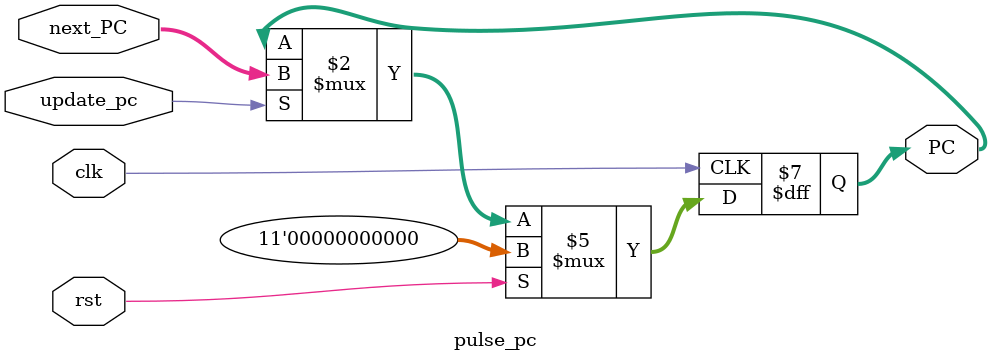
<source format=v>
module pulse_pc #(
	parameter PC_WIDTH = 11
)(
    clk,
    rst,
    update_pc,
    next_PC,
    PC
);

// Port declaration
input                       clk;
input                       rst;
input                       update_pc;
input       [PC_WIDTH-1:0]  next_PC;

output reg  [PC_WIDTH-1:0]  PC;

// reg enable; // Do not update PC at first cycle

always @(posedge clk) begin
    if (rst) begin
        // enable <= 0;
        PC <= 0;
    end
    else begin
        if (update_pc) begin
            PC <= next_PC;
            // if (enable) begin
            //     PC <= next_PC;
            // end
            // enable <= 1;
        end
    end
end

endmodule

</source>
